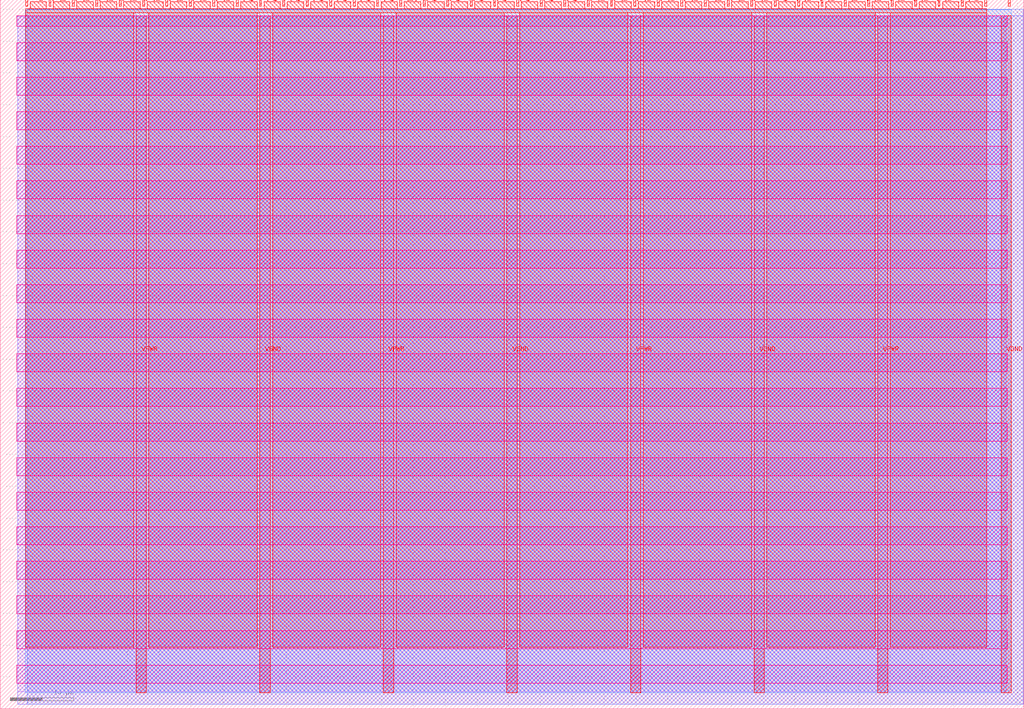
<source format=lef>
VERSION 5.7 ;
  NOWIREEXTENSIONATPIN ON ;
  DIVIDERCHAR "/" ;
  BUSBITCHARS "[]" ;
MACRO tt_um_urish_simon
  CLASS BLOCK ;
  FOREIGN tt_um_urish_simon ;
  ORIGIN 0.000 0.000 ;
  SIZE 161.000 BY 111.520 ;
  PIN VGND
    DIRECTION INOUT ;
    USE GROUND ;
    PORT
      LAYER met4 ;
        RECT 40.830 2.480 42.430 109.040 ;
    END
    PORT
      LAYER met4 ;
        RECT 79.700 2.480 81.300 109.040 ;
    END
    PORT
      LAYER met4 ;
        RECT 118.570 2.480 120.170 109.040 ;
    END
    PORT
      LAYER met4 ;
        RECT 157.440 2.480 159.040 109.040 ;
    END
  END VGND
  PIN VPWR
    DIRECTION INOUT ;
    USE POWER ;
    PORT
      LAYER met4 ;
        RECT 21.395 2.480 22.995 109.040 ;
    END
    PORT
      LAYER met4 ;
        RECT 60.265 2.480 61.865 109.040 ;
    END
    PORT
      LAYER met4 ;
        RECT 99.135 2.480 100.735 109.040 ;
    END
    PORT
      LAYER met4 ;
        RECT 138.005 2.480 139.605 109.040 ;
    END
  END VPWR
  PIN clk
    DIRECTION INPUT ;
    USE SIGNAL ;
    ANTENNAGATEAREA 0.852000 ;
    PORT
      LAYER met4 ;
        RECT 154.870 110.520 155.170 111.520 ;
    END
  END clk
  PIN ena
    DIRECTION INPUT ;
    USE SIGNAL ;
    PORT
      LAYER met4 ;
        RECT 158.550 110.520 158.850 111.520 ;
    END
  END ena
  PIN rst_n
    DIRECTION INPUT ;
    USE SIGNAL ;
    ANTENNAGATEAREA 0.159000 ;
    PORT
      LAYER met4 ;
        RECT 151.190 110.520 151.490 111.520 ;
    END
  END rst_n
  PIN ui_in[0]
    DIRECTION INPUT ;
    USE SIGNAL ;
    ANTENNAGATEAREA 0.213000 ;
    PORT
      LAYER met4 ;
        RECT 147.510 110.520 147.810 111.520 ;
    END
  END ui_in[0]
  PIN ui_in[1]
    DIRECTION INPUT ;
    USE SIGNAL ;
    ANTENNAGATEAREA 0.213000 ;
    PORT
      LAYER met4 ;
        RECT 143.830 110.520 144.130 111.520 ;
    END
  END ui_in[1]
  PIN ui_in[2]
    DIRECTION INPUT ;
    USE SIGNAL ;
    ANTENNAGATEAREA 0.196500 ;
    PORT
      LAYER met4 ;
        RECT 140.150 110.520 140.450 111.520 ;
    END
  END ui_in[2]
  PIN ui_in[3]
    DIRECTION INPUT ;
    USE SIGNAL ;
    ANTENNAGATEAREA 0.213000 ;
    PORT
      LAYER met4 ;
        RECT 136.470 110.520 136.770 111.520 ;
    END
  END ui_in[3]
  PIN ui_in[4]
    DIRECTION INPUT ;
    USE SIGNAL ;
    ANTENNAGATEAREA 0.126000 ;
    PORT
      LAYER met4 ;
        RECT 132.790 110.520 133.090 111.520 ;
    END
  END ui_in[4]
  PIN ui_in[5]
    DIRECTION INPUT ;
    USE SIGNAL ;
    PORT
      LAYER met4 ;
        RECT 129.110 110.520 129.410 111.520 ;
    END
  END ui_in[5]
  PIN ui_in[6]
    DIRECTION INPUT ;
    USE SIGNAL ;
    PORT
      LAYER met4 ;
        RECT 125.430 110.520 125.730 111.520 ;
    END
  END ui_in[6]
  PIN ui_in[7]
    DIRECTION INPUT ;
    USE SIGNAL ;
    PORT
      LAYER met4 ;
        RECT 121.750 110.520 122.050 111.520 ;
    END
  END ui_in[7]
  PIN uio_in[0]
    DIRECTION INPUT ;
    USE SIGNAL ;
    PORT
      LAYER met4 ;
        RECT 118.070 110.520 118.370 111.520 ;
    END
  END uio_in[0]
  PIN uio_in[1]
    DIRECTION INPUT ;
    USE SIGNAL ;
    PORT
      LAYER met4 ;
        RECT 114.390 110.520 114.690 111.520 ;
    END
  END uio_in[1]
  PIN uio_in[2]
    DIRECTION INPUT ;
    USE SIGNAL ;
    PORT
      LAYER met4 ;
        RECT 110.710 110.520 111.010 111.520 ;
    END
  END uio_in[2]
  PIN uio_in[3]
    DIRECTION INPUT ;
    USE SIGNAL ;
    PORT
      LAYER met4 ;
        RECT 107.030 110.520 107.330 111.520 ;
    END
  END uio_in[3]
  PIN uio_in[4]
    DIRECTION INPUT ;
    USE SIGNAL ;
    PORT
      LAYER met4 ;
        RECT 103.350 110.520 103.650 111.520 ;
    END
  END uio_in[4]
  PIN uio_in[5]
    DIRECTION INPUT ;
    USE SIGNAL ;
    PORT
      LAYER met4 ;
        RECT 99.670 110.520 99.970 111.520 ;
    END
  END uio_in[5]
  PIN uio_in[6]
    DIRECTION INPUT ;
    USE SIGNAL ;
    PORT
      LAYER met4 ;
        RECT 95.990 110.520 96.290 111.520 ;
    END
  END uio_in[6]
  PIN uio_in[7]
    DIRECTION INPUT ;
    USE SIGNAL ;
    PORT
      LAYER met4 ;
        RECT 92.310 110.520 92.610 111.520 ;
    END
  END uio_in[7]
  PIN uio_oe[0]
    DIRECTION OUTPUT TRISTATE ;
    USE SIGNAL ;
    PORT
      LAYER met4 ;
        RECT 29.750 110.520 30.050 111.520 ;
    END
  END uio_oe[0]
  PIN uio_oe[1]
    DIRECTION OUTPUT TRISTATE ;
    USE SIGNAL ;
    PORT
      LAYER met4 ;
        RECT 26.070 110.520 26.370 111.520 ;
    END
  END uio_oe[1]
  PIN uio_oe[2]
    DIRECTION OUTPUT TRISTATE ;
    USE SIGNAL ;
    PORT
      LAYER met4 ;
        RECT 22.390 110.520 22.690 111.520 ;
    END
  END uio_oe[2]
  PIN uio_oe[3]
    DIRECTION OUTPUT TRISTATE ;
    USE SIGNAL ;
    PORT
      LAYER met4 ;
        RECT 18.710 110.520 19.010 111.520 ;
    END
  END uio_oe[3]
  PIN uio_oe[4]
    DIRECTION OUTPUT TRISTATE ;
    USE SIGNAL ;
    PORT
      LAYER met4 ;
        RECT 15.030 110.520 15.330 111.520 ;
    END
  END uio_oe[4]
  PIN uio_oe[5]
    DIRECTION OUTPUT TRISTATE ;
    USE SIGNAL ;
    PORT
      LAYER met4 ;
        RECT 11.350 110.520 11.650 111.520 ;
    END
  END uio_oe[5]
  PIN uio_oe[6]
    DIRECTION OUTPUT TRISTATE ;
    USE SIGNAL ;
    PORT
      LAYER met4 ;
        RECT 7.670 110.520 7.970 111.520 ;
    END
  END uio_oe[6]
  PIN uio_oe[7]
    DIRECTION OUTPUT TRISTATE ;
    USE SIGNAL ;
    PORT
      LAYER met4 ;
        RECT 3.990 110.520 4.290 111.520 ;
    END
  END uio_oe[7]
  PIN uio_out[0]
    DIRECTION OUTPUT TRISTATE ;
    USE SIGNAL ;
    ANTENNADIFFAREA 0.445500 ;
    PORT
      LAYER met4 ;
        RECT 59.190 110.520 59.490 111.520 ;
    END
  END uio_out[0]
  PIN uio_out[1]
    DIRECTION OUTPUT TRISTATE ;
    USE SIGNAL ;
    ANTENNADIFFAREA 0.445500 ;
    PORT
      LAYER met4 ;
        RECT 55.510 110.520 55.810 111.520 ;
    END
  END uio_out[1]
  PIN uio_out[2]
    DIRECTION OUTPUT TRISTATE ;
    USE SIGNAL ;
    ANTENNADIFFAREA 0.445500 ;
    PORT
      LAYER met4 ;
        RECT 51.830 110.520 52.130 111.520 ;
    END
  END uio_out[2]
  PIN uio_out[3]
    DIRECTION OUTPUT TRISTATE ;
    USE SIGNAL ;
    ANTENNADIFFAREA 0.445500 ;
    PORT
      LAYER met4 ;
        RECT 48.150 110.520 48.450 111.520 ;
    END
  END uio_out[3]
  PIN uio_out[4]
    DIRECTION OUTPUT TRISTATE ;
    USE SIGNAL ;
    ANTENNADIFFAREA 0.445500 ;
    PORT
      LAYER met4 ;
        RECT 44.470 110.520 44.770 111.520 ;
    END
  END uio_out[4]
  PIN uio_out[5]
    DIRECTION OUTPUT TRISTATE ;
    USE SIGNAL ;
    ANTENNADIFFAREA 0.445500 ;
    PORT
      LAYER met4 ;
        RECT 40.790 110.520 41.090 111.520 ;
    END
  END uio_out[5]
  PIN uio_out[6]
    DIRECTION OUTPUT TRISTATE ;
    USE SIGNAL ;
    ANTENNADIFFAREA 0.445500 ;
    PORT
      LAYER met4 ;
        RECT 37.110 110.520 37.410 111.520 ;
    END
  END uio_out[6]
  PIN uio_out[7]
    DIRECTION OUTPUT TRISTATE ;
    USE SIGNAL ;
    PORT
      LAYER met4 ;
        RECT 33.430 110.520 33.730 111.520 ;
    END
  END uio_out[7]
  PIN uo_out[0]
    DIRECTION OUTPUT TRISTATE ;
    USE SIGNAL ;
    ANTENNAGATEAREA 0.126000 ;
    ANTENNADIFFAREA 0.891000 ;
    PORT
      LAYER met4 ;
        RECT 88.630 110.520 88.930 111.520 ;
    END
  END uo_out[0]
  PIN uo_out[1]
    DIRECTION OUTPUT TRISTATE ;
    USE SIGNAL ;
    ANTENNAGATEAREA 0.247500 ;
    ANTENNADIFFAREA 0.891000 ;
    PORT
      LAYER met4 ;
        RECT 84.950 110.520 85.250 111.520 ;
    END
  END uo_out[1]
  PIN uo_out[2]
    DIRECTION OUTPUT TRISTATE ;
    USE SIGNAL ;
    ANTENNAGATEAREA 0.247500 ;
    ANTENNADIFFAREA 0.891000 ;
    PORT
      LAYER met4 ;
        RECT 81.270 110.520 81.570 111.520 ;
    END
  END uo_out[2]
  PIN uo_out[3]
    DIRECTION OUTPUT TRISTATE ;
    USE SIGNAL ;
    ANTENNAGATEAREA 0.247500 ;
    ANTENNADIFFAREA 0.891000 ;
    PORT
      LAYER met4 ;
        RECT 77.590 110.520 77.890 111.520 ;
    END
  END uo_out[3]
  PIN uo_out[4]
    DIRECTION OUTPUT TRISTATE ;
    USE SIGNAL ;
    ANTENNADIFFAREA 0.445500 ;
    PORT
      LAYER met4 ;
        RECT 73.910 110.520 74.210 111.520 ;
    END
  END uo_out[4]
  PIN uo_out[5]
    DIRECTION OUTPUT TRISTATE ;
    USE SIGNAL ;
    ANTENNADIFFAREA 0.445500 ;
    PORT
      LAYER met4 ;
        RECT 70.230 110.520 70.530 111.520 ;
    END
  END uo_out[5]
  PIN uo_out[6]
    DIRECTION OUTPUT TRISTATE ;
    USE SIGNAL ;
    ANTENNADIFFAREA 0.445500 ;
    PORT
      LAYER met4 ;
        RECT 66.550 110.520 66.850 111.520 ;
    END
  END uo_out[6]
  PIN uo_out[7]
    DIRECTION OUTPUT TRISTATE ;
    USE SIGNAL ;
    PORT
      LAYER met4 ;
        RECT 62.870 110.520 63.170 111.520 ;
    END
  END uo_out[7]
  OBS
      LAYER nwell ;
        RECT 2.570 107.385 158.430 108.990 ;
        RECT 2.570 101.945 158.430 104.775 ;
        RECT 2.570 96.505 158.430 99.335 ;
        RECT 2.570 91.065 158.430 93.895 ;
        RECT 2.570 85.625 158.430 88.455 ;
        RECT 2.570 80.185 158.430 83.015 ;
        RECT 2.570 74.745 158.430 77.575 ;
        RECT 2.570 69.305 158.430 72.135 ;
        RECT 2.570 63.865 158.430 66.695 ;
        RECT 2.570 58.425 158.430 61.255 ;
        RECT 2.570 52.985 158.430 55.815 ;
        RECT 2.570 47.545 158.430 50.375 ;
        RECT 2.570 42.105 158.430 44.935 ;
        RECT 2.570 36.665 158.430 39.495 ;
        RECT 2.570 31.225 158.430 34.055 ;
        RECT 2.570 25.785 158.430 28.615 ;
        RECT 2.570 20.345 158.430 23.175 ;
        RECT 2.570 14.905 158.430 17.735 ;
        RECT 2.570 9.465 158.430 12.295 ;
        RECT 2.570 4.025 158.430 6.855 ;
      LAYER li1 ;
        RECT 2.760 2.635 158.240 108.885 ;
      LAYER met1 ;
        RECT 2.760 0.720 160.930 109.040 ;
      LAYER met2 ;
        RECT 4.230 0.690 160.900 110.005 ;
      LAYER met3 ;
        RECT 3.950 2.555 159.030 109.985 ;
      LAYER met4 ;
        RECT 4.690 110.120 7.270 111.170 ;
        RECT 8.370 110.120 10.950 111.170 ;
        RECT 12.050 110.120 14.630 111.170 ;
        RECT 15.730 110.120 18.310 111.170 ;
        RECT 19.410 110.120 21.990 111.170 ;
        RECT 23.090 110.120 25.670 111.170 ;
        RECT 26.770 110.120 29.350 111.170 ;
        RECT 30.450 110.120 33.030 111.170 ;
        RECT 34.130 110.120 36.710 111.170 ;
        RECT 37.810 110.120 40.390 111.170 ;
        RECT 41.490 110.120 44.070 111.170 ;
        RECT 45.170 110.120 47.750 111.170 ;
        RECT 48.850 110.120 51.430 111.170 ;
        RECT 52.530 110.120 55.110 111.170 ;
        RECT 56.210 110.120 58.790 111.170 ;
        RECT 59.890 110.120 62.470 111.170 ;
        RECT 63.570 110.120 66.150 111.170 ;
        RECT 67.250 110.120 69.830 111.170 ;
        RECT 70.930 110.120 73.510 111.170 ;
        RECT 74.610 110.120 77.190 111.170 ;
        RECT 78.290 110.120 80.870 111.170 ;
        RECT 81.970 110.120 84.550 111.170 ;
        RECT 85.650 110.120 88.230 111.170 ;
        RECT 89.330 110.120 91.910 111.170 ;
        RECT 93.010 110.120 95.590 111.170 ;
        RECT 96.690 110.120 99.270 111.170 ;
        RECT 100.370 110.120 102.950 111.170 ;
        RECT 104.050 110.120 106.630 111.170 ;
        RECT 107.730 110.120 110.310 111.170 ;
        RECT 111.410 110.120 113.990 111.170 ;
        RECT 115.090 110.120 117.670 111.170 ;
        RECT 118.770 110.120 121.350 111.170 ;
        RECT 122.450 110.120 125.030 111.170 ;
        RECT 126.130 110.120 128.710 111.170 ;
        RECT 129.810 110.120 132.390 111.170 ;
        RECT 133.490 110.120 136.070 111.170 ;
        RECT 137.170 110.120 139.750 111.170 ;
        RECT 140.850 110.120 143.430 111.170 ;
        RECT 144.530 110.120 147.110 111.170 ;
        RECT 148.210 110.120 150.790 111.170 ;
        RECT 151.890 110.120 154.470 111.170 ;
        RECT 3.975 109.440 155.185 110.120 ;
        RECT 3.975 9.695 20.995 109.440 ;
        RECT 23.395 9.695 40.430 109.440 ;
        RECT 42.830 9.695 59.865 109.440 ;
        RECT 62.265 9.695 79.300 109.440 ;
        RECT 81.700 9.695 98.735 109.440 ;
        RECT 101.135 9.695 118.170 109.440 ;
        RECT 120.570 9.695 137.605 109.440 ;
        RECT 140.005 9.695 155.185 109.440 ;
  END
END tt_um_urish_simon
END LIBRARY


</source>
